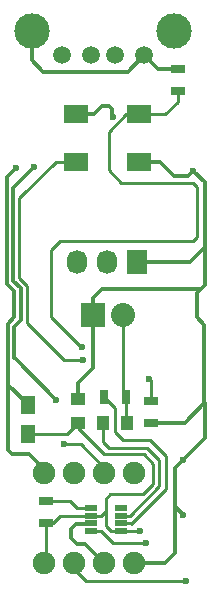
<source format=gbr>
G04 #@! TF.FileFunction,Copper,L2,Bot,Signal*
%FSLAX46Y46*%
G04 Gerber Fmt 4.6, Leading zero omitted, Abs format (unit mm)*
G04 Created by KiCad (PCBNEW 4.0.4-stable) date 12/12/16 19:20:19*
%MOMM*%
%LPD*%
G01*
G04 APERTURE LIST*
%ADD10C,0.100000*%
%ADD11C,1.501140*%
%ADD12C,2.999740*%
%ADD13C,1.905000*%
%ADD14R,1.000000X1.250000*%
%ADD15R,1.250000X1.000000*%
%ADD16R,1.250000X1.500000*%
%ADD17R,2.032000X2.032000*%
%ADD18O,2.032000X2.032000*%
%ADD19R,1.727200X2.032000*%
%ADD20O,1.727200X2.032000*%
%ADD21R,0.700000X1.300000*%
%ADD22R,1.300000X0.700000*%
%ADD23R,2.000000X1.600000*%
%ADD24R,0.990000X0.480000*%
%ADD25C,0.600000*%
%ADD26C,0.300000*%
%ADD27C,0.250000*%
G04 APERTURE END LIST*
D10*
D11*
X154300000Y-59400000D03*
X151800000Y-59400000D03*
X149800000Y-59400000D03*
X147300000Y-59400000D03*
D12*
X156800000Y-57400000D03*
X144800000Y-57400000D03*
D13*
X145840000Y-102435000D03*
X148380000Y-102435000D03*
X150920000Y-102435000D03*
X153460000Y-102435000D03*
X153460000Y-94815000D03*
X150920000Y-94815000D03*
X148380000Y-94815000D03*
X145840000Y-94815000D03*
D14*
X152810000Y-90530000D03*
X150810000Y-90530000D03*
D15*
X148700000Y-88550000D03*
X148700000Y-90550000D03*
D16*
X144410000Y-91500000D03*
X144410000Y-89000000D03*
D17*
X149980000Y-81400000D03*
D18*
X152520000Y-81400000D03*
D19*
X153660000Y-76960000D03*
D20*
X151120000Y-76960000D03*
X148580000Y-76960000D03*
D21*
X150860000Y-88330000D03*
X152760000Y-88330000D03*
D22*
X154840000Y-88660000D03*
X154840000Y-90560000D03*
X157110000Y-60590000D03*
X157110000Y-62490000D03*
D23*
X148480000Y-64430000D03*
X153880000Y-64430000D03*
X153880000Y-68430000D03*
X148480000Y-68430000D03*
D24*
X149750000Y-99700000D03*
X149750000Y-99050000D03*
X149750000Y-98400000D03*
X149750000Y-97750000D03*
X152340000Y-97750000D03*
X152340000Y-98400000D03*
X152340000Y-99050000D03*
X152340000Y-99700000D03*
D22*
X145975000Y-99025000D03*
X145975000Y-97125000D03*
D25*
X157600000Y-98350000D03*
X157575000Y-93700000D03*
X158400000Y-69200000D03*
X154450000Y-100700000D03*
X144925000Y-68925000D03*
X146850000Y-88590000D03*
X151600000Y-64680000D03*
X157850000Y-103950000D03*
X154700000Y-86800000D03*
X149000000Y-84100000D03*
X149090000Y-85220000D03*
X147500000Y-92350000D03*
X143425000Y-69000000D03*
X153900000Y-99700000D03*
D26*
X159380000Y-88880000D02*
X159380000Y-82230000D01*
X159200000Y-79100000D02*
X159200000Y-79090000D01*
X158725000Y-79575000D02*
X159200000Y-79100000D01*
X158725000Y-81575000D02*
X158725000Y-79575000D01*
X159380000Y-82230000D02*
X158725000Y-81575000D01*
X148900000Y-99075000D02*
X148525000Y-99075000D01*
X150920000Y-102435000D02*
X149285000Y-100800000D01*
X148900000Y-99075000D02*
X149775000Y-99075000D01*
X148600000Y-100800000D02*
X149285000Y-100800000D01*
X148100000Y-100300000D02*
X148600000Y-100800000D01*
X148100000Y-99500000D02*
X148100000Y-100300000D01*
X148525000Y-99075000D02*
X148100000Y-99500000D01*
X156860000Y-95300000D02*
X156860000Y-94415000D01*
X156910000Y-94365000D02*
X157575000Y-93700000D01*
X156860000Y-94415000D02*
X156910000Y-94365000D01*
X156860000Y-97610000D02*
X156860000Y-97390000D01*
X157600000Y-98350000D02*
X156860000Y-97610000D01*
X155535000Y-102435000D02*
X156015000Y-102435000D01*
X153460000Y-102435000D02*
X155535000Y-102435000D01*
X156860000Y-101590000D02*
X156860000Y-97350000D01*
X156860000Y-97350000D02*
X156860000Y-95300000D01*
X156860000Y-95300000D02*
X156860000Y-95290000D01*
X156015000Y-102435000D02*
X156860000Y-101590000D01*
X148700000Y-88550000D02*
X148700000Y-87150000D01*
X149980000Y-85870000D02*
X149980000Y-81400000D01*
X148700000Y-87150000D02*
X149980000Y-85870000D01*
X154840000Y-90560000D02*
X157700000Y-90560000D01*
X157700000Y-90560000D02*
X159380000Y-88880000D01*
X159380000Y-88880000D02*
X159387500Y-88872500D01*
X157110000Y-60590000D02*
X155490000Y-60590000D01*
X155490000Y-60590000D02*
X154300000Y-59400000D01*
X153880000Y-68430000D02*
X155630000Y-68430000D01*
X157990000Y-69610000D02*
X158400000Y-69200000D01*
X156810000Y-69610000D02*
X157990000Y-69610000D01*
X155630000Y-68430000D02*
X156810000Y-69610000D01*
X153660000Y-76960000D02*
X158120000Y-76960000D01*
X158120000Y-76960000D02*
X159387500Y-75692500D01*
X149980000Y-81400000D02*
X149980000Y-79980000D01*
X149980000Y-79980000D02*
X150750000Y-79210000D01*
X150750000Y-79210000D02*
X159080000Y-79210000D01*
X159080000Y-79210000D02*
X159200000Y-79090000D01*
X159200000Y-79090000D02*
X159387500Y-78902500D01*
X159387500Y-78902500D02*
X159387500Y-75692500D01*
X159387500Y-90212500D02*
X159387500Y-88872500D01*
X157575000Y-93700000D02*
X157575000Y-93675000D01*
X159400000Y-91850000D02*
X159400000Y-90200000D01*
X157575000Y-93675000D02*
X159400000Y-91850000D01*
X159387500Y-90212500D02*
X159400000Y-90200000D01*
X159387500Y-75692500D02*
X159387500Y-70187500D01*
X159387500Y-70187500D02*
X158400000Y-69200000D01*
X144800000Y-57400000D02*
X144800000Y-59850000D01*
X152900000Y-60800000D02*
X154300000Y-59400000D01*
X145750000Y-60800000D02*
X152900000Y-60800000D01*
X144800000Y-59850000D02*
X145750000Y-60800000D01*
X157575000Y-93700000D02*
X157562500Y-93687500D01*
X157562500Y-93687500D02*
X157575000Y-93700000D01*
D27*
X151640000Y-100710000D02*
X153890000Y-100710000D01*
X150655000Y-99725000D02*
X151640000Y-100710000D01*
X149775000Y-99725000D02*
X150655000Y-99725000D01*
X154440000Y-100710000D02*
X153890000Y-100710000D01*
X154450000Y-100700000D02*
X154440000Y-100710000D01*
X152760000Y-88330000D02*
X152760000Y-90480000D01*
X152760000Y-90480000D02*
X152810000Y-90530000D01*
X152520000Y-88090000D02*
X152520000Y-85080000D01*
X152520000Y-85080000D02*
X152520000Y-81400000D01*
X152520000Y-88090000D02*
X152760000Y-88330000D01*
D26*
X143200000Y-70650000D02*
X143200000Y-71050000D01*
X144925000Y-68925000D02*
X143200000Y-70650000D01*
X143200000Y-71050000D02*
X143200000Y-78500000D01*
X143200000Y-78500000D02*
X143850000Y-79150000D01*
X143850000Y-79150000D02*
X143850000Y-81850000D01*
X143850000Y-81850000D02*
X143300000Y-82400000D01*
X143300000Y-82400000D02*
X143300000Y-85050000D01*
X143300000Y-85050000D02*
X143400000Y-85150000D01*
X143410000Y-85150000D02*
X143400000Y-85150000D01*
X146850000Y-88590000D02*
X143410000Y-85150000D01*
X148480000Y-64430000D02*
X150000000Y-64430000D01*
X151580000Y-64660000D02*
X151600000Y-64680000D01*
X151580000Y-63980000D02*
X151580000Y-64660000D01*
X151300000Y-63700000D02*
X151580000Y-63980000D01*
X150730000Y-63700000D02*
X151300000Y-63700000D01*
X150000000Y-64430000D02*
X150730000Y-63700000D01*
D27*
X156290000Y-103930000D02*
X157830000Y-103930000D01*
X149370000Y-103930000D02*
X156290000Y-103930000D01*
X148380000Y-102940000D02*
X149370000Y-103930000D01*
X157830000Y-103930000D02*
X157850000Y-103950000D01*
X148380000Y-102435000D02*
X148380000Y-102940000D01*
X152340000Y-99050000D02*
X153200000Y-99050000D01*
X156130000Y-93380000D02*
X154750000Y-92000000D01*
X154750000Y-92000000D02*
X152500000Y-92000000D01*
X152500000Y-92000000D02*
X151800000Y-91300000D01*
X151800000Y-91300000D02*
X151800000Y-89270000D01*
X151800000Y-89270000D02*
X150860000Y-88330000D01*
X156130000Y-96120000D02*
X156130000Y-93380000D01*
X156130000Y-96120000D02*
X153175000Y-99075000D01*
X153200000Y-99050000D02*
X153175000Y-99075000D01*
X154840000Y-86940000D02*
X154840000Y-88660000D01*
X154700000Y-86800000D02*
X154840000Y-86940000D01*
X153880000Y-64430000D02*
X152770000Y-64430000D01*
X148970000Y-84100000D02*
X149000000Y-84100000D01*
X146430000Y-81560000D02*
X148970000Y-84100000D01*
X146430000Y-75910000D02*
X146430000Y-81560000D01*
X147180000Y-75160000D02*
X146430000Y-75910000D01*
X158400000Y-75160000D02*
X147180000Y-75160000D01*
X158770000Y-74790000D02*
X158400000Y-75160000D01*
X158770000Y-70590000D02*
X158770000Y-74790000D01*
X158420000Y-70240000D02*
X158770000Y-70590000D01*
X152360000Y-70240000D02*
X158420000Y-70240000D01*
X151270000Y-69150000D02*
X152360000Y-70240000D01*
X151270000Y-65930000D02*
X151270000Y-69150000D01*
X152770000Y-64430000D02*
X151270000Y-65930000D01*
X153880000Y-64430000D02*
X156050000Y-64430000D01*
X157110000Y-63370000D02*
X157110000Y-62490000D01*
X156050000Y-64430000D02*
X157110000Y-63370000D01*
X143930000Y-71280000D02*
X143930000Y-71295002D01*
X146780000Y-68430000D02*
X143930000Y-71280000D01*
X148480000Y-68430000D02*
X146780000Y-68430000D01*
X147494998Y-85220000D02*
X149090000Y-85220000D01*
X144350000Y-82075002D02*
X147494998Y-85220000D01*
X144350000Y-78925000D02*
X144350000Y-82075002D01*
X143700000Y-78275000D02*
X144350000Y-78925000D01*
X143700000Y-71525002D02*
X143700000Y-78275000D01*
X143930000Y-71295002D02*
X143700000Y-71525002D01*
X150920000Y-94815000D02*
X150920000Y-94370000D01*
X150920000Y-94370000D02*
X148900000Y-92350000D01*
X148900000Y-92350000D02*
X147500000Y-92350000D01*
D26*
X143425000Y-69000000D02*
X143400000Y-69000000D01*
X142732500Y-82167500D02*
X142732500Y-87302500D01*
X143300000Y-81600000D02*
X142732500Y-82167500D01*
X143300000Y-79400000D02*
X143300000Y-81600000D01*
X142650000Y-78750000D02*
X143300000Y-79400000D01*
X142650000Y-69750000D02*
X142650000Y-78750000D01*
X143400000Y-69000000D02*
X142650000Y-69750000D01*
X145840000Y-94815000D02*
X145840000Y-94490000D01*
X145840000Y-94490000D02*
X144520000Y-93170000D01*
X144520000Y-93170000D02*
X143690000Y-93170000D01*
X142732500Y-88952500D02*
X142732500Y-87302500D01*
X142732500Y-92802500D02*
X142732500Y-88952500D01*
X143100000Y-93170000D02*
X142732500Y-92802500D01*
X143690000Y-93170000D02*
X143100000Y-93170000D01*
X144410000Y-89000000D02*
X144410000Y-88980000D01*
X144410000Y-88980000D02*
X142732500Y-87302500D01*
D27*
X152340000Y-98400000D02*
X153090000Y-98400000D01*
X155570000Y-93720000D02*
X154500000Y-92650000D01*
X154500000Y-92650000D02*
X151300000Y-92650000D01*
X151300000Y-92650000D02*
X150810000Y-92160000D01*
X150810000Y-92160000D02*
X150810000Y-90530000D01*
X155570000Y-95920000D02*
X155570000Y-93720000D01*
X153065000Y-98425000D02*
X155570000Y-95920000D01*
X153090000Y-98400000D02*
X153065000Y-98425000D01*
X149750000Y-98400000D02*
X150650000Y-98400000D01*
X150650000Y-98400000D02*
X151025000Y-98025000D01*
X152340000Y-99700000D02*
X153900000Y-99700000D01*
X151025000Y-97425000D02*
X151025000Y-96975000D01*
X154225000Y-93175000D02*
X155060000Y-94010000D01*
X155060000Y-95710000D02*
X155060000Y-94010000D01*
X155060000Y-95710000D02*
X154190000Y-96580000D01*
X151025000Y-97425000D02*
X151025000Y-98025000D01*
X151420000Y-96580000D02*
X154190000Y-96580000D01*
X151025000Y-96975000D02*
X151420000Y-96580000D01*
X151025000Y-98025000D02*
X151025000Y-98775000D01*
X151025000Y-99250000D02*
X151025000Y-98775000D01*
X152365000Y-99725000D02*
X151500000Y-99725000D01*
X151500000Y-99725000D02*
X151025000Y-99250000D01*
X147150000Y-98425000D02*
X148550000Y-98425000D01*
X149775000Y-98425000D02*
X148550000Y-98425000D01*
X147150000Y-98425000D02*
X146550000Y-99025000D01*
X153900000Y-99700000D02*
X153875000Y-99725000D01*
X145975000Y-99025000D02*
X145975000Y-102300000D01*
X145975000Y-102300000D02*
X145840000Y-102435000D01*
X154225000Y-93175000D02*
X150875000Y-93175000D01*
X150875000Y-93175000D02*
X148700000Y-91000000D01*
X148700000Y-91000000D02*
X148700000Y-90550000D01*
X154225000Y-93175000D02*
X154200000Y-93150000D01*
X144410000Y-91500000D02*
X147750000Y-91500000D01*
X147750000Y-91500000D02*
X148700000Y-90550000D01*
X145975000Y-99025000D02*
X146550000Y-99025000D01*
X149750000Y-97750000D02*
X148625000Y-97750000D01*
X148000000Y-97125000D02*
X145975000Y-97125000D01*
X148375000Y-97500000D02*
X148000000Y-97125000D01*
X148625000Y-97750000D02*
X148375000Y-97500000D01*
M02*

</source>
